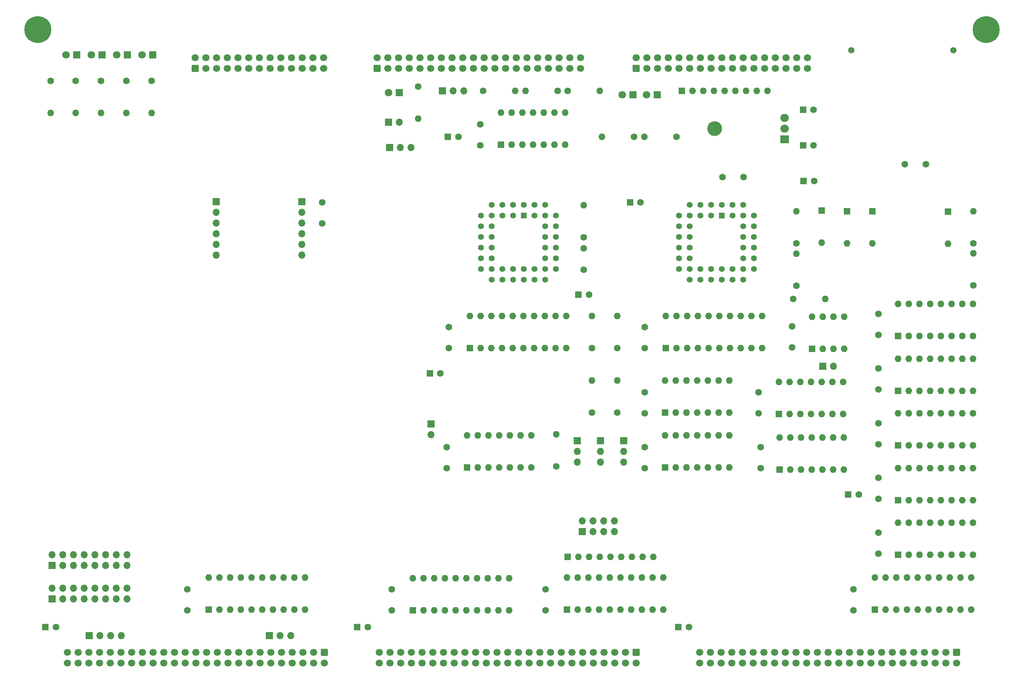
<source format=gbr>
%TF.GenerationSoftware,KiCad,Pcbnew,(6.0.11)*%
%TF.CreationDate,2024-01-14T19:16:43-05:00*%
%TF.ProjectId,input-output.Disk,696e7075-742d-46f7-9574-7075742e4469,rev?*%
%TF.SameCoordinates,Original*%
%TF.FileFunction,Soldermask,Bot*%
%TF.FilePolarity,Negative*%
%FSLAX46Y46*%
G04 Gerber Fmt 4.6, Leading zero omitted, Abs format (unit mm)*
G04 Created by KiCad (PCBNEW (6.0.11)) date 2024-01-14 19:16:43*
%MOMM*%
%LPD*%
G01*
G04 APERTURE LIST*
G04 Aperture macros list*
%AMRoundRect*
0 Rectangle with rounded corners*
0 $1 Rounding radius*
0 $2 $3 $4 $5 $6 $7 $8 $9 X,Y pos of 4 corners*
0 Add a 4 corners polygon primitive as box body*
4,1,4,$2,$3,$4,$5,$6,$7,$8,$9,$2,$3,0*
0 Add four circle primitives for the rounded corners*
1,1,$1+$1,$2,$3*
1,1,$1+$1,$4,$5*
1,1,$1+$1,$6,$7*
1,1,$1+$1,$8,$9*
0 Add four rect primitives between the rounded corners*
20,1,$1+$1,$2,$3,$4,$5,0*
20,1,$1+$1,$4,$5,$6,$7,0*
20,1,$1+$1,$6,$7,$8,$9,0*
20,1,$1+$1,$8,$9,$2,$3,0*%
G04 Aperture macros list end*
%ADD10R,1.600000X1.600000*%
%ADD11O,1.600000X1.600000*%
%ADD12C,6.400000*%
%ADD13RoundRect,0.250000X-0.600000X0.600000X-0.600000X-0.600000X0.600000X-0.600000X0.600000X0.600000X0*%
%ADD14C,1.700000*%
%ADD15R,1.422400X1.422400*%
%ADD16C,1.422400*%
%ADD17O,3.500000X3.500000*%
%ADD18R,2.000000X1.905000*%
%ADD19O,2.000000X1.905000*%
%ADD20C,1.600000*%
%ADD21R,1.800000X1.800000*%
%ADD22C,1.800000*%
%ADD23C,1.500000*%
%ADD24R,1.700000X1.700000*%
%ADD25O,1.700000X1.700000*%
%ADD26RoundRect,0.250000X0.600000X-0.600000X0.600000X0.600000X-0.600000X0.600000X-0.600000X-0.600000X0*%
G04 APERTURE END LIST*
D10*
%TO.C,D11*%
X232000000Y-118190000D03*
D11*
X232000000Y-125810000D03*
%TD*%
%TO.C,D10*%
X226000000Y-125620000D03*
D10*
X226000000Y-118000000D03*
%TD*%
%TO.C,D9*%
X238000000Y-118190000D03*
D11*
X238000000Y-125810000D03*
%TD*%
D10*
%TO.C,D8*%
X256000000Y-118240000D03*
D11*
X256000000Y-125860000D03*
%TD*%
D12*
%TO.C,H2*%
X265000000Y-75000000D03*
%TD*%
%TO.C,H1*%
X40000000Y-75000000D03*
%TD*%
D13*
%TO.C,P2*%
X182000000Y-223000000D03*
D14*
X182000000Y-225540000D03*
X179460000Y-223000000D03*
X179460000Y-225540000D03*
X176920000Y-223000000D03*
X176920000Y-225540000D03*
X174380000Y-223000000D03*
X174380000Y-225540000D03*
X171840000Y-223000000D03*
X171840000Y-225540000D03*
X169300000Y-223000000D03*
X169300000Y-225540000D03*
X166760000Y-223000000D03*
X166760000Y-225540000D03*
X164220000Y-223000000D03*
X164220000Y-225540000D03*
X161680000Y-223000000D03*
X161680000Y-225540000D03*
X159140000Y-223000000D03*
X159140000Y-225540000D03*
X156600000Y-223000000D03*
X156600000Y-225540000D03*
X154060000Y-223000000D03*
X154060000Y-225540000D03*
X151520000Y-223000000D03*
X151520000Y-225540000D03*
X148980000Y-223000000D03*
X148980000Y-225540000D03*
X146440000Y-223000000D03*
X146440000Y-225540000D03*
X143900000Y-223000000D03*
X143900000Y-225540000D03*
X141360000Y-223000000D03*
X141360000Y-225540000D03*
X138820000Y-223000000D03*
X138820000Y-225540000D03*
X136280000Y-223000000D03*
X136280000Y-225540000D03*
X133740000Y-223000000D03*
X133740000Y-225540000D03*
X131200000Y-223000000D03*
X131200000Y-225540000D03*
X128660000Y-223000000D03*
X128660000Y-225540000D03*
X126120000Y-223000000D03*
X126120000Y-225540000D03*
X123580000Y-223000000D03*
X123580000Y-225540000D03*
X121040000Y-223000000D03*
X121040000Y-225540000D03*
%TD*%
D13*
%TO.C,P3*%
X258000000Y-223000000D03*
D14*
X258000000Y-225540000D03*
X255460000Y-223000000D03*
X255460000Y-225540000D03*
X252920000Y-223000000D03*
X252920000Y-225540000D03*
X250380000Y-223000000D03*
X250380000Y-225540000D03*
X247840000Y-223000000D03*
X247840000Y-225540000D03*
X245300000Y-223000000D03*
X245300000Y-225540000D03*
X242760000Y-223000000D03*
X242760000Y-225540000D03*
X240220000Y-223000000D03*
X240220000Y-225540000D03*
X237680000Y-223000000D03*
X237680000Y-225540000D03*
X235140000Y-223000000D03*
X235140000Y-225540000D03*
X232600000Y-223000000D03*
X232600000Y-225540000D03*
X230060000Y-223000000D03*
X230060000Y-225540000D03*
X227520000Y-223000000D03*
X227520000Y-225540000D03*
X224980000Y-223000000D03*
X224980000Y-225540000D03*
X222440000Y-223000000D03*
X222440000Y-225540000D03*
X219900000Y-223000000D03*
X219900000Y-225540000D03*
X217360000Y-223000000D03*
X217360000Y-225540000D03*
X214820000Y-223000000D03*
X214820000Y-225540000D03*
X212280000Y-223000000D03*
X212280000Y-225540000D03*
X209740000Y-223000000D03*
X209740000Y-225540000D03*
X207200000Y-223000000D03*
X207200000Y-225540000D03*
X204660000Y-223000000D03*
X204660000Y-225540000D03*
X202120000Y-223000000D03*
X202120000Y-225540000D03*
X199580000Y-223000000D03*
X199580000Y-225540000D03*
X197040000Y-223000000D03*
X197040000Y-225540000D03*
%TD*%
D13*
%TO.C,P1*%
X108000000Y-223000000D03*
D14*
X108000000Y-225540000D03*
X105460000Y-223000000D03*
X105460000Y-225540000D03*
X102920000Y-223000000D03*
X102920000Y-225540000D03*
X100380000Y-223000000D03*
X100380000Y-225540000D03*
X97840000Y-223000000D03*
X97840000Y-225540000D03*
X95300000Y-223000000D03*
X95300000Y-225540000D03*
X92760000Y-223000000D03*
X92760000Y-225540000D03*
X90220000Y-223000000D03*
X90220000Y-225540000D03*
X87680000Y-223000000D03*
X87680000Y-225540000D03*
X85140000Y-223000000D03*
X85140000Y-225540000D03*
X82600000Y-223000000D03*
X82600000Y-225540000D03*
X80060000Y-223000000D03*
X80060000Y-225540000D03*
X77520000Y-223000000D03*
X77520000Y-225540000D03*
X74980000Y-223000000D03*
X74980000Y-225540000D03*
X72440000Y-223000000D03*
X72440000Y-225540000D03*
X69900000Y-223000000D03*
X69900000Y-225540000D03*
X67360000Y-223000000D03*
X67360000Y-225540000D03*
X64820000Y-223000000D03*
X64820000Y-225540000D03*
X62280000Y-223000000D03*
X62280000Y-225540000D03*
X59740000Y-223000000D03*
X59740000Y-225540000D03*
X57200000Y-223000000D03*
X57200000Y-225540000D03*
X54660000Y-223000000D03*
X54660000Y-225540000D03*
X52120000Y-223000000D03*
X52120000Y-225540000D03*
X49580000Y-223000000D03*
X49580000Y-225540000D03*
X47040000Y-223000000D03*
X47040000Y-225540000D03*
%TD*%
D10*
%TO.C,RP1*%
X192825000Y-89500000D03*
D11*
X195365000Y-89500000D03*
X197905000Y-89500000D03*
X200445000Y-89500000D03*
X202985000Y-89500000D03*
X205525000Y-89500000D03*
X208065000Y-89500000D03*
X210605000Y-89500000D03*
X213145000Y-89500000D03*
%TD*%
D15*
%TO.C,U8*%
X202270000Y-119150000D03*
D16*
X199730000Y-116610000D03*
X199730000Y-119150000D03*
X197190000Y-116610000D03*
X197190000Y-119150000D03*
X194650000Y-116610000D03*
X192110000Y-119150000D03*
X194650000Y-119150000D03*
X192110000Y-121690000D03*
X194650000Y-121690000D03*
X192110000Y-124230000D03*
X194650000Y-124230000D03*
X192110000Y-126770000D03*
X194650000Y-126770000D03*
X192110000Y-129310000D03*
X194650000Y-129310000D03*
X192110000Y-131850000D03*
X194650000Y-134390000D03*
X194650000Y-131850000D03*
X197190000Y-134390000D03*
X197190000Y-131850000D03*
X199730000Y-134390000D03*
X199730000Y-131850000D03*
X202270000Y-134390000D03*
X202270000Y-131850000D03*
X204810000Y-134390000D03*
X204810000Y-131850000D03*
X207350000Y-134390000D03*
X209890000Y-131850000D03*
X207350000Y-131850000D03*
X209890000Y-129310000D03*
X207350000Y-129310000D03*
X209890000Y-126770000D03*
X207350000Y-126770000D03*
X209890000Y-124230000D03*
X207350000Y-124230000D03*
X209890000Y-121690000D03*
X207350000Y-121690000D03*
X209890000Y-119150000D03*
X207350000Y-116610000D03*
X207350000Y-119150000D03*
X204810000Y-116610000D03*
X204810000Y-119150000D03*
X202270000Y-116610000D03*
%TD*%
D10*
%TO.C,U25*%
X244125000Y-173800000D03*
D11*
X246665000Y-173800000D03*
X249205000Y-173800000D03*
X251745000Y-173800000D03*
X254285000Y-173800000D03*
X256825000Y-173800000D03*
X259365000Y-173800000D03*
X261905000Y-173800000D03*
X261905000Y-166180000D03*
X259365000Y-166180000D03*
X256825000Y-166180000D03*
X254285000Y-166180000D03*
X251745000Y-166180000D03*
X249205000Y-166180000D03*
X246665000Y-166180000D03*
X244125000Y-166180000D03*
%TD*%
D17*
%TO.C,U20*%
X200570000Y-98500000D03*
D18*
X217230000Y-101040000D03*
D19*
X217230000Y-98500000D03*
X217230000Y-95960000D03*
%TD*%
D20*
%TO.C,R6*%
X145690000Y-89500000D03*
D11*
X153310000Y-89500000D03*
%TD*%
D10*
%TO.C,C22*%
X115794900Y-217000000D03*
D20*
X118294900Y-217000000D03*
%TD*%
%TO.C,C10*%
X137500000Y-145690000D03*
X137500000Y-150690000D03*
%TD*%
D21*
%TO.C,D1*%
X49250000Y-80950000D03*
D22*
X46710000Y-80950000D03*
%TD*%
D23*
%TO.C,J12*%
X233050000Y-79850000D03*
X257250000Y-79850000D03*
%TD*%
D20*
%TO.C,C14*%
X160500000Y-208000000D03*
X160500000Y-213000000D03*
%TD*%
%TO.C,R29*%
X220000000Y-135810000D03*
D11*
X220000000Y-128190000D03*
%TD*%
D21*
%TO.C,D4*%
X55250000Y-80950000D03*
D22*
X52710000Y-80950000D03*
%TD*%
D10*
%TO.C,C20*%
X192000000Y-217000000D03*
D20*
X194500000Y-217000000D03*
%TD*%
D24*
%TO.C,U31*%
X82340000Y-115900000D03*
D25*
X82340000Y-118440000D03*
X82340000Y-120980000D03*
X82340000Y-123520000D03*
X82340000Y-126060000D03*
X82340000Y-128600000D03*
D24*
X102660000Y-115880000D03*
D25*
X102660000Y-118420000D03*
X102660000Y-120960000D03*
X102660000Y-123500000D03*
X102660000Y-126040000D03*
X102660000Y-128580000D03*
%TD*%
D20*
%TO.C,C7*%
X239500000Y-168500000D03*
X239500000Y-173500000D03*
%TD*%
D10*
%TO.C,C27*%
X137294900Y-100500000D03*
D20*
X139794900Y-100500000D03*
%TD*%
D24*
%TO.C,P7*%
X179000000Y-172665000D03*
D25*
X179000000Y-175205000D03*
X179000000Y-177745000D03*
%TD*%
D21*
%TO.C,D2*%
X125750000Y-90000000D03*
D22*
X123210000Y-90000000D03*
%TD*%
D10*
%TO.C,U21*%
X165575000Y-212800000D03*
D11*
X168115000Y-212800000D03*
X170655000Y-212800000D03*
X173195000Y-212800000D03*
X175735000Y-212800000D03*
X178275000Y-212800000D03*
X180815000Y-212800000D03*
X183355000Y-212800000D03*
X185895000Y-212800000D03*
X188435000Y-212800000D03*
X188435000Y-205180000D03*
X185895000Y-205180000D03*
X183355000Y-205180000D03*
X180815000Y-205180000D03*
X178275000Y-205180000D03*
X175735000Y-205180000D03*
X173195000Y-205180000D03*
X170655000Y-205180000D03*
X168115000Y-205180000D03*
X165575000Y-205180000D03*
%TD*%
D20*
%TO.C,R47*%
X163000000Y-178810000D03*
D11*
X163000000Y-171190000D03*
%TD*%
D20*
%TO.C,C18*%
X239500000Y-194500000D03*
X239500000Y-199500000D03*
%TD*%
%TO.C,C9*%
X211500000Y-174190000D03*
X211500000Y-179190000D03*
%TD*%
%TO.C,C15*%
X145000000Y-97500000D03*
X145000000Y-102500000D03*
%TD*%
D21*
%TO.C,D5*%
X61250000Y-80950000D03*
D22*
X58710000Y-80950000D03*
%TD*%
D20*
%TO.C,R9*%
X130250000Y-88500000D03*
D11*
X130250000Y-96120000D03*
%TD*%
D24*
%TO.C,J9*%
X94975000Y-219000000D03*
D25*
X97515000Y-219000000D03*
X100055000Y-219000000D03*
%TD*%
D26*
%TO.C,P6*%
X120500000Y-84197500D03*
D14*
X120500000Y-81657500D03*
X123040000Y-84197500D03*
X123040000Y-81657500D03*
X125580000Y-84197500D03*
X125580000Y-81657500D03*
X128120000Y-84197500D03*
X128120000Y-81657500D03*
X130660000Y-84197500D03*
X130660000Y-81657500D03*
X133200000Y-84197500D03*
X133200000Y-81657500D03*
X135740000Y-84197500D03*
X135740000Y-81657500D03*
X138280000Y-84197500D03*
X138280000Y-81657500D03*
X140820000Y-84197500D03*
X140820000Y-81657500D03*
X143360000Y-84197500D03*
X143360000Y-81657500D03*
X145900000Y-84197500D03*
X145900000Y-81657500D03*
X148440000Y-84197500D03*
X148440000Y-81657500D03*
X150980000Y-84197500D03*
X150980000Y-81657500D03*
X153520000Y-84197500D03*
X153520000Y-81657500D03*
X156060000Y-84197500D03*
X156060000Y-81657500D03*
X158600000Y-84197500D03*
X158600000Y-81657500D03*
X161140000Y-84197500D03*
X161140000Y-81657500D03*
X163680000Y-84197500D03*
X163680000Y-81657500D03*
X166220000Y-84197500D03*
X166220000Y-81657500D03*
X168760000Y-84197500D03*
X168760000Y-81657500D03*
%TD*%
D20*
%TO.C,R1*%
X43000000Y-87190000D03*
D11*
X43000000Y-94810000D03*
%TD*%
D24*
%TO.C,K2*%
X135975000Y-89500000D03*
D25*
X138515000Y-89500000D03*
X141055000Y-89500000D03*
%TD*%
D20*
%TO.C,R11*%
X177500000Y-165990000D03*
D11*
X177500000Y-158370000D03*
%TD*%
D20*
%TO.C,R10*%
X171500000Y-150690000D03*
D11*
X171500000Y-143070000D03*
%TD*%
D10*
%TO.C,U14*%
X238575000Y-212800000D03*
D11*
X241115000Y-212800000D03*
X243655000Y-212800000D03*
X246195000Y-212800000D03*
X248735000Y-212800000D03*
X251275000Y-212800000D03*
X253815000Y-212800000D03*
X256355000Y-212800000D03*
X258895000Y-212800000D03*
X261435000Y-212800000D03*
X261435000Y-205180000D03*
X258895000Y-205180000D03*
X256355000Y-205180000D03*
X253815000Y-205180000D03*
X251275000Y-205180000D03*
X248735000Y-205180000D03*
X246195000Y-205180000D03*
X243655000Y-205180000D03*
X241115000Y-205180000D03*
X238575000Y-205180000D03*
%TD*%
D20*
%TO.C,R15*%
X49000000Y-87190000D03*
D11*
X49000000Y-94810000D03*
%TD*%
D24*
%TO.C,J13*%
X43350000Y-202275000D03*
D25*
X43350000Y-199735000D03*
X45890000Y-202275000D03*
X45890000Y-199735000D03*
X48430000Y-202275000D03*
X48430000Y-199735000D03*
X50970000Y-202275000D03*
X50970000Y-199735000D03*
X53510000Y-202275000D03*
X53510000Y-199735000D03*
X56050000Y-202275000D03*
X56050000Y-199735000D03*
X58590000Y-202275000D03*
X58590000Y-199735000D03*
X61130000Y-202275000D03*
X61130000Y-199735000D03*
%TD*%
D10*
%TO.C,C23*%
X232294900Y-185500000D03*
D20*
X234794900Y-185500000D03*
%TD*%
D10*
%TO.C,U5*%
X149875000Y-102300000D03*
D11*
X152415000Y-102300000D03*
X154955000Y-102300000D03*
X157495000Y-102300000D03*
X160035000Y-102300000D03*
X162575000Y-102300000D03*
X165115000Y-102300000D03*
X165115000Y-94680000D03*
X162575000Y-94680000D03*
X160035000Y-94680000D03*
X157495000Y-94680000D03*
X154955000Y-94680000D03*
X152415000Y-94680000D03*
X149875000Y-94680000D03*
%TD*%
D10*
%TO.C,C21*%
X41794900Y-217000000D03*
D20*
X44294900Y-217000000D03*
%TD*%
%TO.C,C12*%
X124000000Y-208000000D03*
X124000000Y-213000000D03*
%TD*%
D10*
%TO.C,U10*%
X189000000Y-150690000D03*
D11*
X191540000Y-150690000D03*
X194080000Y-150690000D03*
X196620000Y-150690000D03*
X199160000Y-150690000D03*
X201700000Y-150690000D03*
X204240000Y-150690000D03*
X206780000Y-150690000D03*
X209320000Y-150690000D03*
X211860000Y-150690000D03*
X211860000Y-143070000D03*
X209320000Y-143070000D03*
X206780000Y-143070000D03*
X204240000Y-143070000D03*
X201700000Y-143070000D03*
X199160000Y-143070000D03*
X196620000Y-143070000D03*
X194080000Y-143070000D03*
X191540000Y-143070000D03*
X189000000Y-143070000D03*
%TD*%
D26*
%TO.C,P5*%
X77285000Y-84197500D03*
D14*
X77285000Y-81657500D03*
X79825000Y-84197500D03*
X79825000Y-81657500D03*
X82365000Y-84197500D03*
X82365000Y-81657500D03*
X84905000Y-84197500D03*
X84905000Y-81657500D03*
X87445000Y-84197500D03*
X87445000Y-81657500D03*
X89985000Y-84197500D03*
X89985000Y-81657500D03*
X92525000Y-84197500D03*
X92525000Y-81657500D03*
X95065000Y-84197500D03*
X95065000Y-81657500D03*
X97605000Y-84197500D03*
X97605000Y-81657500D03*
X100145000Y-84197500D03*
X100145000Y-81657500D03*
X102685000Y-84197500D03*
X102685000Y-81657500D03*
X105225000Y-84197500D03*
X105225000Y-81657500D03*
X107765000Y-84197500D03*
X107765000Y-81657500D03*
%TD*%
D20*
%TO.C,R32*%
X262000000Y-135750000D03*
D11*
X262000000Y-128130000D03*
%TD*%
D20*
%TO.C,R7*%
X163310000Y-89500000D03*
D11*
X155690000Y-89500000D03*
%TD*%
D20*
%TO.C,C19*%
X169500000Y-132000000D03*
X169500000Y-127000000D03*
%TD*%
D24*
%TO.C,P8*%
X168000000Y-172665000D03*
D25*
X168000000Y-175205000D03*
X168000000Y-177745000D03*
%TD*%
D20*
%TO.C,R16*%
X55000000Y-87190000D03*
D11*
X55000000Y-94810000D03*
%TD*%
D10*
%TO.C,C24*%
X133000000Y-156690000D03*
D20*
X135500000Y-156690000D03*
%TD*%
D24*
%TO.C,P4*%
X52200000Y-219000000D03*
D25*
X54740000Y-219000000D03*
X57280000Y-219000000D03*
X59820000Y-219000000D03*
%TD*%
D20*
%TO.C,C30*%
X239500000Y-142500000D03*
X239500000Y-147500000D03*
%TD*%
D24*
%TO.C,P9*%
X173500000Y-172665000D03*
D25*
X173500000Y-175205000D03*
X173500000Y-177745000D03*
%TD*%
D20*
%TO.C,R42*%
X262000000Y-125750000D03*
D11*
X262000000Y-118130000D03*
%TD*%
D26*
%TO.C,P10*%
X182000000Y-84197500D03*
D14*
X182000000Y-81657500D03*
X184540000Y-84197500D03*
X184540000Y-81657500D03*
X187080000Y-84197500D03*
X187080000Y-81657500D03*
X189620000Y-84197500D03*
X189620000Y-81657500D03*
X192160000Y-84197500D03*
X192160000Y-81657500D03*
X194700000Y-84197500D03*
X194700000Y-81657500D03*
X197240000Y-84197500D03*
X197240000Y-81657500D03*
X199780000Y-84197500D03*
X199780000Y-81657500D03*
X202320000Y-84197500D03*
X202320000Y-81657500D03*
X204860000Y-84197500D03*
X204860000Y-81657500D03*
X207400000Y-84197500D03*
X207400000Y-81657500D03*
X209940000Y-84197500D03*
X209940000Y-81657500D03*
X212480000Y-84197500D03*
X212480000Y-81657500D03*
X215020000Y-84197500D03*
X215020000Y-81657500D03*
X217560000Y-84197500D03*
X217560000Y-81657500D03*
X220100000Y-84197500D03*
X220100000Y-81657500D03*
X222640000Y-84197500D03*
X222640000Y-81657500D03*
%TD*%
D24*
%TO.C,SW1*%
X169200000Y-194275000D03*
D25*
X169200000Y-191735000D03*
X171740000Y-194275000D03*
X171740000Y-191735000D03*
X174280000Y-194275000D03*
X174280000Y-191735000D03*
X176820000Y-194275000D03*
X176820000Y-191735000D03*
%TD*%
D21*
%TO.C,D3*%
X67250000Y-80950000D03*
D22*
X64710000Y-80950000D03*
%TD*%
D20*
%TO.C,R5*%
X169500000Y-124310000D03*
D11*
X169500000Y-116690000D03*
%TD*%
D20*
%TO.C,R30*%
X191560000Y-100500000D03*
D11*
X183940000Y-100500000D03*
%TD*%
D10*
%TO.C,C25*%
X168294900Y-138000000D03*
D20*
X170794900Y-138000000D03*
%TD*%
D10*
%TO.C,U29*%
X244125000Y-147800000D03*
D11*
X246665000Y-147800000D03*
X249205000Y-147800000D03*
X251745000Y-147800000D03*
X254285000Y-147800000D03*
X256825000Y-147800000D03*
X259365000Y-147800000D03*
X261905000Y-147800000D03*
X261905000Y-140180000D03*
X259365000Y-140180000D03*
X256825000Y-140180000D03*
X254285000Y-140180000D03*
X251745000Y-140180000D03*
X249205000Y-140180000D03*
X246665000Y-140180000D03*
X244125000Y-140180000D03*
%TD*%
D20*
%TO.C,C13*%
X202500000Y-110000000D03*
X207500000Y-110000000D03*
%TD*%
D10*
%TO.C,C29*%
X221584700Y-102500000D03*
D20*
X224084700Y-102500000D03*
%TD*%
D10*
%TO.C,U23*%
X216000000Y-179500000D03*
D11*
X218540000Y-179500000D03*
X221080000Y-179500000D03*
X223620000Y-179500000D03*
X226160000Y-179500000D03*
X228700000Y-179500000D03*
X231240000Y-179500000D03*
X231240000Y-171880000D03*
X228700000Y-171880000D03*
X226160000Y-171880000D03*
X223620000Y-171880000D03*
X221080000Y-171880000D03*
X218540000Y-171880000D03*
X216000000Y-171880000D03*
%TD*%
D20*
%TO.C,R48*%
X219190000Y-139000000D03*
D11*
X226810000Y-139000000D03*
%TD*%
D20*
%TO.C,C3*%
X211000000Y-161190000D03*
X211000000Y-166190000D03*
%TD*%
%TO.C,C35*%
X219000000Y-145500000D03*
X219000000Y-150500000D03*
%TD*%
%TO.C,C17*%
X75500000Y-208000000D03*
X75500000Y-213000000D03*
%TD*%
%TO.C,R8*%
X67000000Y-87190000D03*
D11*
X67000000Y-94810000D03*
%TD*%
D10*
%TO.C,C26*%
X180500000Y-116000000D03*
D20*
X183000000Y-116000000D03*
%TD*%
D10*
%TO.C,U13*%
X129000000Y-213000000D03*
D11*
X131540000Y-213000000D03*
X134080000Y-213000000D03*
X136620000Y-213000000D03*
X139160000Y-213000000D03*
X141700000Y-213000000D03*
X144240000Y-213000000D03*
X146780000Y-213000000D03*
X149320000Y-213000000D03*
X151860000Y-213000000D03*
X151860000Y-205380000D03*
X149320000Y-205380000D03*
X146780000Y-205380000D03*
X144240000Y-205380000D03*
X141700000Y-205380000D03*
X139160000Y-205380000D03*
X136620000Y-205380000D03*
X134080000Y-205380000D03*
X131540000Y-205380000D03*
X129000000Y-205380000D03*
%TD*%
D10*
%TO.C,U9*%
X188875000Y-178990000D03*
D11*
X191415000Y-178990000D03*
X193955000Y-178990000D03*
X196495000Y-178990000D03*
X199035000Y-178990000D03*
X201575000Y-178990000D03*
X204115000Y-178990000D03*
X204115000Y-171370000D03*
X201575000Y-171370000D03*
X199035000Y-171370000D03*
X196495000Y-171370000D03*
X193955000Y-171370000D03*
X191415000Y-171370000D03*
X188875000Y-171370000D03*
%TD*%
D10*
%TO.C,U30*%
X223700000Y-150800000D03*
D11*
X226240000Y-150800000D03*
X228780000Y-150800000D03*
X231320000Y-150800000D03*
X231320000Y-143180000D03*
X228780000Y-143180000D03*
X226240000Y-143180000D03*
X223700000Y-143180000D03*
%TD*%
D15*
%TO.C,U6*%
X155270000Y-119150000D03*
D16*
X152730000Y-116610000D03*
X152730000Y-119150000D03*
X150190000Y-116610000D03*
X150190000Y-119150000D03*
X147650000Y-116610000D03*
X145110000Y-119150000D03*
X147650000Y-119150000D03*
X145110000Y-121690000D03*
X147650000Y-121690000D03*
X145110000Y-124230000D03*
X147650000Y-124230000D03*
X145110000Y-126770000D03*
X147650000Y-126770000D03*
X145110000Y-129310000D03*
X147650000Y-129310000D03*
X145110000Y-131850000D03*
X147650000Y-134390000D03*
X147650000Y-131850000D03*
X150190000Y-134390000D03*
X150190000Y-131850000D03*
X152730000Y-134390000D03*
X152730000Y-131850000D03*
X155270000Y-134390000D03*
X155270000Y-131850000D03*
X157810000Y-134390000D03*
X157810000Y-131850000D03*
X160350000Y-134390000D03*
X162890000Y-131850000D03*
X160350000Y-131850000D03*
X162890000Y-129310000D03*
X160350000Y-129310000D03*
X162890000Y-126770000D03*
X160350000Y-126770000D03*
X162890000Y-124230000D03*
X160350000Y-124230000D03*
X162890000Y-121690000D03*
X160350000Y-121690000D03*
X162890000Y-119150000D03*
X160350000Y-116610000D03*
X160350000Y-119150000D03*
X157810000Y-116610000D03*
X157810000Y-119150000D03*
X155270000Y-116610000D03*
%TD*%
D10*
%TO.C,U7*%
X188875000Y-165990000D03*
D11*
X191415000Y-165990000D03*
X193955000Y-165990000D03*
X196495000Y-165990000D03*
X199035000Y-165990000D03*
X201575000Y-165990000D03*
X204115000Y-165990000D03*
X204115000Y-158370000D03*
X201575000Y-158370000D03*
X199035000Y-158370000D03*
X196495000Y-158370000D03*
X193955000Y-158370000D03*
X191415000Y-158370000D03*
X188875000Y-158370000D03*
%TD*%
D20*
%TO.C,C1*%
X239500000Y-181500000D03*
X239500000Y-186500000D03*
%TD*%
D24*
%TO.C,K1*%
X123475000Y-103000000D03*
D25*
X126015000Y-103000000D03*
X128555000Y-103000000D03*
%TD*%
D20*
%TO.C,R4*%
X165690000Y-89500000D03*
D11*
X173310000Y-89500000D03*
%TD*%
D20*
%TO.C,C4*%
X239500000Y-155500000D03*
X239500000Y-160500000D03*
%TD*%
D10*
%TO.C,U28*%
X244125000Y-160800000D03*
D11*
X246665000Y-160800000D03*
X249205000Y-160800000D03*
X251745000Y-160800000D03*
X254285000Y-160800000D03*
X256825000Y-160800000D03*
X259365000Y-160800000D03*
X261905000Y-160800000D03*
X261905000Y-153180000D03*
X259365000Y-153180000D03*
X256825000Y-153180000D03*
X254285000Y-153180000D03*
X251745000Y-153180000D03*
X249205000Y-153180000D03*
X246665000Y-153180000D03*
X244125000Y-153180000D03*
%TD*%
D20*
%TO.C,C2*%
X184000000Y-145690000D03*
X184000000Y-150690000D03*
%TD*%
D10*
%TO.C,U11*%
X142500000Y-150690000D03*
D11*
X145040000Y-150690000D03*
X147580000Y-150690000D03*
X150120000Y-150690000D03*
X152660000Y-150690000D03*
X155200000Y-150690000D03*
X157740000Y-150690000D03*
X160280000Y-150690000D03*
X162820000Y-150690000D03*
X165360000Y-150690000D03*
X165360000Y-143070000D03*
X162820000Y-143070000D03*
X160280000Y-143070000D03*
X157740000Y-143070000D03*
X155200000Y-143070000D03*
X152660000Y-143070000D03*
X150120000Y-143070000D03*
X147580000Y-143070000D03*
X145040000Y-143070000D03*
X142500000Y-143070000D03*
%TD*%
D10*
%TO.C,U15*%
X80575000Y-212800000D03*
D11*
X83115000Y-212800000D03*
X85655000Y-212800000D03*
X88195000Y-212800000D03*
X90735000Y-212800000D03*
X93275000Y-212800000D03*
X95815000Y-212800000D03*
X98355000Y-212800000D03*
X100895000Y-212800000D03*
X103435000Y-212800000D03*
X103435000Y-205180000D03*
X100895000Y-205180000D03*
X98355000Y-205180000D03*
X95815000Y-205180000D03*
X93275000Y-205180000D03*
X90735000Y-205180000D03*
X88195000Y-205180000D03*
X85655000Y-205180000D03*
X83115000Y-205180000D03*
X80575000Y-205180000D03*
%TD*%
D20*
%TO.C,C5*%
X233500000Y-208000000D03*
X233500000Y-213000000D03*
%TD*%
D24*
%TO.C,JP1*%
X123225000Y-97000000D03*
D25*
X125765000Y-97000000D03*
%TD*%
D10*
%TO.C,U26*%
X215875000Y-166300000D03*
D11*
X218415000Y-166300000D03*
X220955000Y-166300000D03*
X223495000Y-166300000D03*
X226035000Y-166300000D03*
X228575000Y-166300000D03*
X231115000Y-166300000D03*
X231115000Y-158680000D03*
X228575000Y-158680000D03*
X226035000Y-158680000D03*
X223495000Y-158680000D03*
X220955000Y-158680000D03*
X218415000Y-158680000D03*
X215875000Y-158680000D03*
%TD*%
D20*
%TO.C,R31*%
X181500000Y-100500000D03*
D11*
X173880000Y-100500000D03*
%TD*%
D20*
%TO.C,R41*%
X220000000Y-125750000D03*
D11*
X220000000Y-118130000D03*
%TD*%
D10*
%TO.C,C33*%
X221714400Y-111000000D03*
D20*
X224214400Y-111000000D03*
%TD*%
%TO.C,R14*%
X61000000Y-87190000D03*
D11*
X61000000Y-94810000D03*
%TD*%
D10*
%TO.C,U27*%
X244125000Y-186800000D03*
D11*
X246665000Y-186800000D03*
X249205000Y-186800000D03*
X251745000Y-186800000D03*
X254285000Y-186800000D03*
X256825000Y-186800000D03*
X259365000Y-186800000D03*
X261905000Y-186800000D03*
X261905000Y-179180000D03*
X259365000Y-179180000D03*
X256825000Y-179180000D03*
X254285000Y-179180000D03*
X251745000Y-179180000D03*
X249205000Y-179180000D03*
X246665000Y-179180000D03*
X244125000Y-179180000D03*
%TD*%
D10*
%TO.C,U24*%
X244125000Y-199800000D03*
D11*
X246665000Y-199800000D03*
X249205000Y-199800000D03*
X251745000Y-199800000D03*
X254285000Y-199800000D03*
X256825000Y-199800000D03*
X259365000Y-199800000D03*
X261905000Y-199800000D03*
X261905000Y-192180000D03*
X259365000Y-192180000D03*
X256825000Y-192180000D03*
X254285000Y-192180000D03*
X251745000Y-192180000D03*
X249205000Y-192180000D03*
X246665000Y-192180000D03*
X244125000Y-192180000D03*
%TD*%
D21*
%TO.C,D7*%
X181250000Y-90442400D03*
D22*
X178710000Y-90442400D03*
%TD*%
D20*
%TO.C,R12*%
X177500000Y-150690000D03*
D11*
X177500000Y-143070000D03*
%TD*%
D20*
%TO.C,C6*%
X137000000Y-174190000D03*
X137000000Y-179190000D03*
%TD*%
D10*
%TO.C,RN1*%
X165750000Y-200305000D03*
D11*
X168290000Y-200305000D03*
X170830000Y-200305000D03*
X173370000Y-200305000D03*
X175910000Y-200305000D03*
X178450000Y-200305000D03*
X180990000Y-200305000D03*
X183530000Y-200305000D03*
X186070000Y-200305000D03*
%TD*%
D24*
%TO.C,J7*%
X43350000Y-210275000D03*
D25*
X43350000Y-207735000D03*
X45890000Y-210275000D03*
X45890000Y-207735000D03*
X48430000Y-210275000D03*
X48430000Y-207735000D03*
X50970000Y-210275000D03*
X50970000Y-207735000D03*
X53510000Y-210275000D03*
X53510000Y-207735000D03*
X56050000Y-210275000D03*
X56050000Y-207735000D03*
X58590000Y-210275000D03*
X58590000Y-207735000D03*
X61130000Y-210275000D03*
X61130000Y-207735000D03*
%TD*%
D10*
%TO.C,C31*%
X221584700Y-94000000D03*
D20*
X224084700Y-94000000D03*
%TD*%
D10*
%TO.C,U3*%
X141875000Y-178990000D03*
D11*
X144415000Y-178990000D03*
X146955000Y-178990000D03*
X149495000Y-178990000D03*
X152035000Y-178990000D03*
X154575000Y-178990000D03*
X157115000Y-178990000D03*
X157115000Y-171370000D03*
X154575000Y-171370000D03*
X152035000Y-171370000D03*
X149495000Y-171370000D03*
X146955000Y-171370000D03*
X144415000Y-171370000D03*
X141875000Y-171370000D03*
%TD*%
D20*
%TO.C,C8*%
X184000000Y-161190000D03*
X184000000Y-166190000D03*
%TD*%
D24*
%TO.C,JP3*%
X226225000Y-155000000D03*
D25*
X228765000Y-155000000D03*
%TD*%
D20*
%TO.C,C32*%
X107500000Y-121000000D03*
X107500000Y-116000000D03*
%TD*%
%TO.C,R13*%
X171500000Y-165990000D03*
D11*
X171500000Y-158370000D03*
%TD*%
D21*
%TO.C,D6*%
X187000000Y-90442400D03*
D22*
X184460000Y-90442400D03*
%TD*%
D20*
%TO.C,C34*%
X245750000Y-107000000D03*
X250750000Y-107000000D03*
%TD*%
D24*
%TO.C,JP2*%
X133250000Y-168665000D03*
D25*
X133250000Y-171205000D03*
%TD*%
D20*
%TO.C,C11*%
X184000000Y-174190000D03*
X184000000Y-179190000D03*
%TD*%
M02*

</source>
